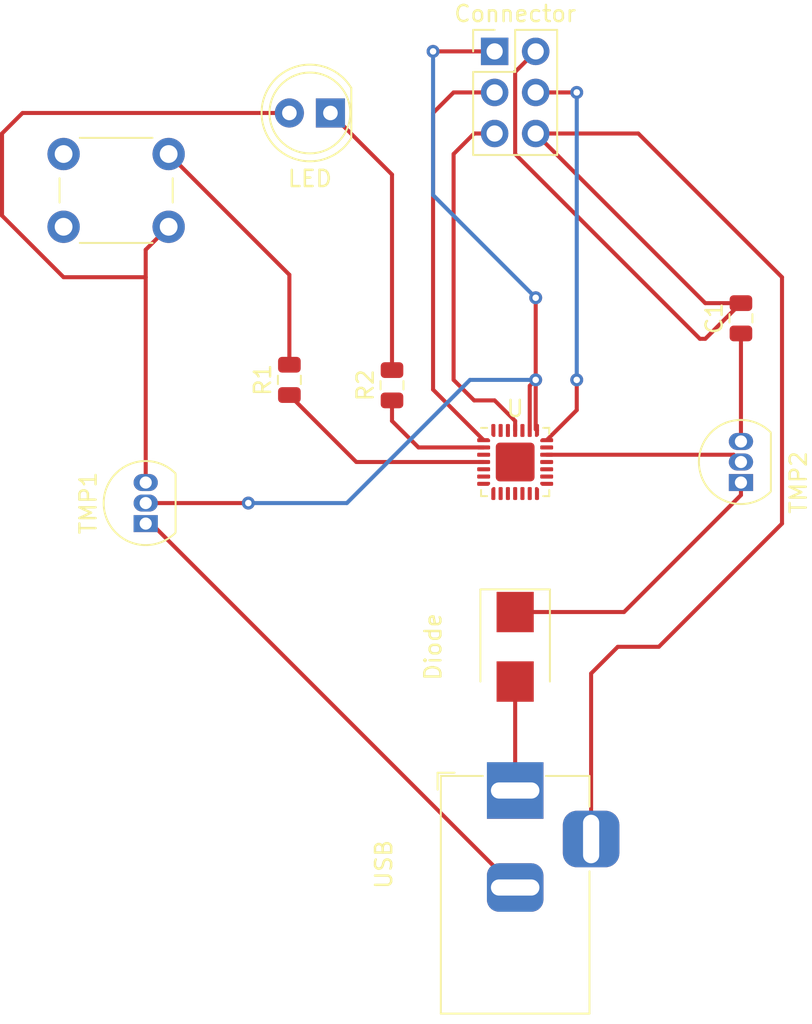
<source format=kicad_pcb>
(kicad_pcb (version 20211014) (generator pcbnew)
  (layers (0 "F.Cu" signal) (31 "B.Cu" signal) (34 "B.Paste" user) (35 "F.Paste" user) (36 "B.SilkS" user "B.Silkscreen") (37 "F.SilkS" user "F.Silkscreen") (38 "B.Mask" user) (39 "F.Mask" user) (44 "Edge.Cuts" user))
  (net 0 "")
  (footprint "Capacitor_SMD:C_0805_2012Metric" (layer "F.Cu") (at 142.24 55.88 90)
    (fp_text reference "C1" (at 0 -1.65 90) (layer "F.SilkS"))
    (fp_text value "C_0805_2012Metric" hide)
    (fp_line (start -0.258578 0.71) (end 0.258578 0.71) (layer "F.SilkS") (width 0.12))
    (fp_line (start -0.258578 -0.71) (end 0.258578 -0.71) (layer "F.SilkS") (width 0.12))
    (pad "1" smd roundrect locked (at -0.9375 0 90) (size 0.975 1.4) (layers "F.Cu" "F.Paste" "F.Mask"))
    (pad "2" smd roundrect locked (at 0.9375 0 90) (size 0.975 1.4) (layers "F.Cu" "F.Paste" "F.Mask"))
  )
  (footprint "Diode_SMD:D_SMB" (layer "F.Cu") (at 128.27 76.2 -90)
    (fp_text reference "Diode" (at 0 5.08 90) (layer "F.SilkS"))
    (fp_text value "D_SMB")
    (fp_line (start -3.55 -2.15) (end 2.15 -2.15) (layer "F.SilkS") (width 0.12))
    (fp_line (start -3.55 2.15) (end 2.15 2.15) (layer "F.SilkS") (width 0.12))
    (fp_line (start -3.55 -2.15) (end -3.55 2.15) (layer "F.SilkS") (width 0.12))
    (pad "1" smd rect locked (at -2.15 0 270) (size 2.5 2.3) (layers "F.Cu" "F.Paste" "F.Mask"))
    (pad "2" smd rect locked (at 2.15 0 270) (size 2.5 2.3) (layers "F.Cu" "F.Paste" "F.Mask"))
  )
  (footprint "LED_THT:LED_D5.0mm" (layer "F.Cu") (at 116.84 43.18 180)
    (fp_text reference "LED" (at 1.27 -4.064) (layer "F.SilkS"))
    (fp_text value "LED_D5.0mm" hide)
    (fp_line (start -1.29 -1.545) (end -1.29 1.545) (layer "F.SilkS") (width 0.12))
    (fp_arc (start -1.29 -1.54483) (mid 2.072002 -2.880433) (end 4.26 0.000462) (layer "F.SilkS") (width 0.12))
    (fp_arc (start 4.26 -0.000462) (mid 2.072002 2.880433) (end -1.29 1.54483) (layer "F.SilkS") (width 0.12))
    (fp_circle (center 1.27 0) (end 3.77 0) (layer "F.SilkS") (width 0.12) (fill none))
    (pad "1" thru_hole rect locked (at 0 0 180) (size 1.8 1.8) (drill 0.9) (layers *.Cu *.Mask))
    (pad "2" thru_hole circle locked (at 2.54 0 180) (size 1.8 1.8) (drill 0.9) (layers *.Cu *.Mask))
  )
  (footprint "Connector_BarrelJack:BarrelJack_Horizontal" (layer "F.Cu") (at 128.27 85.09 90)
    (fp_text reference "USB" (at -4.572 -8.128 90) (layer "F.SilkS"))
    (fp_text value "BarrelJack_Horizontal")
    (fp_line (start -13.8 -4.6) (end 0.9 -4.6) (layer "F.SilkS") (width 0.12))
    (fp_line (start 0.9 -4.6) (end 0.9 -2) (layer "F.SilkS") (width 0.12))
    (fp_line (start 0.9 4.6) (end -1 4.6) (layer "F.SilkS") (width 0.12))
    (fp_line (start -13.8 4.6) (end -13.8 -4.6) (layer "F.SilkS") (width 0.12))
    (fp_line (start 0.9 1.9) (end 0.9 4.6) (layer "F.SilkS") (width 0.12))
    (fp_line (start -5 4.6) (end -13.8 4.6) (layer "F.SilkS") (width 0.12))
    (fp_line (start 0.05 -4.8) (end 1.1 -4.8) (layer "F.SilkS") (width 0.12))
    (fp_line (start 1.1 -3.75) (end 1.1 -4.8) (layer "F.SilkS") (width 0.12))
    (pad "1" thru_hole rect locked (at 0 0 90) (size 3.5 3.5) (drill oval 1 3) (layers *.Cu *.Mask))
    (pad "2" thru_hole roundrect locked (at -6 0 90) (size 3 3.5) (drill oval 1 3) (layers *.Cu *.Mask))
    (pad "3" thru_hole roundrect locked (at -3 4.7 90) (size 3.5 3.5) (drill oval 3 1) (layers *.Cu *.Mask))
  )
  (footprint "Connector_PinHeader_2.54mm:PinHeader_2x03_P2.54mm_Vertical" (layer "F.Cu") (at 127 39.37)
    (fp_text reference "Connector" (at 1.27 -2.33) (layer "F.SilkS"))
    (fp_text value "PinHeader_2x03_P2.54mm_Vertical" hide)
    (fp_line (start -1.33 6.41) (end 3.87 6.41) (layer "F.SilkS") (width 0.12))
    (fp_line (start 1.27 1.27) (end 1.27 -1.33) (layer "F.SilkS") (width 0.12))
    (fp_line (start 1.27 -1.33) (end 3.87 -1.33) (layer "F.SilkS") (width 0.12))
    (fp_line (start -1.33 1.27) (end -1.33 6.41) (layer "F.SilkS") (width 0.12))
    (fp_line (start 3.87 -1.33) (end 3.87 6.41) (layer "F.SilkS") (width 0.12))
    (fp_line (start -1.33 1.27) (end 1.27 1.27) (layer "F.SilkS") (width 0.12))
    (fp_line (start -1.33 0) (end -1.33 -1.33) (layer "F.SilkS") (width 0.12))
    (fp_line (start -1.33 -1.33) (end 0 -1.33) (layer "F.SilkS") (width 0.12))
    (pad "1" thru_hole rect locked (at 0 0) (size 1.7 1.7) (drill 1) (layers *.Cu *.Mask))
    (pad "2" thru_hole oval locked (at 2.54 0) (size 1.7 1.7) (drill 1) (layers *.Cu *.Mask))
    (pad "3" thru_hole oval locked (at 0 2.54) (size 1.7 1.7) (drill 1) (layers *.Cu *.Mask))
    (pad "4" thru_hole oval locked (at 2.54 2.54) (size 1.7 1.7) (drill 1) (layers *.Cu *.Mask))
    (pad "5" thru_hole oval locked (at 0 5.08) (size 1.7 1.7) (drill 1) (layers *.Cu *.Mask))
    (pad "6" thru_hole oval locked (at 2.54 5.08) (size 1.7 1.7) (drill 1) (layers *.Cu *.Mask))
  )
  (footprint "Resistor_SMD:R_0805_2012Metric" (layer "F.Cu") (at 120.65 60.0225 90)
    (fp_text reference "R2" (at 0 -1.65 90) (layer "F.SilkS"))
    (fp_text value "R_0805_2012Metric" hide)
    (fp_line (start -0.258578 0.71) (end 0.258578 0.71) (layer "F.SilkS") (width 0.12))
    (fp_line (start -0.258578 -0.71) (end 0.258578 -0.71) (layer "F.SilkS") (width 0.12))
    (pad "1" smd roundrect locked (at -0.9375 0 90) (size 0.975 1.4) (layers "F.Cu" "F.Paste" "F.Mask"))
    (pad "2" smd roundrect locked (at 0.9375 0 90) (size 0.975 1.4) (layers "F.Cu" "F.Paste" "F.Mask"))
  )
  (footprint "Package_DFN_QFN:QFN-28-1EP_4x4mm_P0.45mm_EP2.4x2.4mm" (layer "F.Cu") (at 128.27 64.77)
    (fp_text reference "U" (at 0 -3.3) (layer "F.SilkS"))
    (fp_text value "QFN-28-1EP_4x4mm_P0.45mm_EP2.4x2.4mm" hide)
    (fp_line (start 1.735 -2.11) (end 2.11 -2.11) (layer "F.SilkS") (width 0.12))
    (fp_line (start -2.11 2.11) (end -2.11 1.735) (layer "F.SilkS") (width 0.12))
    (fp_line (start -1.735 -2.11) (end -2.11 -2.11) (layer "F.SilkS") (width 0.12))
    (fp_line (start 2.11 -2.11) (end 2.11 -1.735) (layer "F.SilkS") (width 0.12))
    (fp_line (start 2.11 2.11) (end 2.11 1.735) (layer "F.SilkS") (width 0.12))
    (fp_line (start -1.735 2.11) (end -2.11 2.11) (layer "F.SilkS") (width 0.12))
    (fp_line (start 1.735 2.11) (end 2.11 2.11) (layer "F.SilkS") (width 0.12))
    (pad "1" smd custom locked (at -1.95 -1.35) (size 0.179289 0.179289) (layers "F.Cu" "F.Paste" "F.Mask") (options (clearance outline) (anchor circle)) (primitives (gr_poly (pts (xy 0.3375 0.000888) (xy 0.3375 0.0625) (xy -0.3375 0.0625) (xy -0.3375 -0.0625) (xy 0.274112 -0.0625)) (width 0.125) (fill yes))))
    (pad "2" smd roundrect locked (at -1.95 -0.9) (size 0.8 0.25) (layers "F.Cu" "F.Paste" "F.Mask"))
    (pad "3" smd roundrect locked (at -1.95 -0.45) (size 0.8 0.25) (layers "F.Cu" "F.Paste" "F.Mask"))
    (pad "4" smd roundrect locked (at -1.95 0) (size 0.8 0.25) (layers "F.Cu" "F.Paste" "F.Mask"))
    (pad "5" smd roundrect locked (at -1.95 0.45) (size 0.8 0.25) (layers "F.Cu" "F.Paste" "F.Mask"))
    (pad "6" smd roundrect locked (at -1.95 0.9) (size 0.8 0.25) (layers "F.Cu" "F.Paste" "F.Mask"))
    (pad "7" smd custom locked (at -1.95 1.35) (size 0.179289 0.179289) (layers "F.Cu" "F.Paste" "F.Mask") (options (clearance outline) (anchor circle)) (primitives (gr_poly (pts (xy 0.3375 -0.000888) (xy 0.274112 0.0625) (xy -0.3375 0.0625) (xy -0.3375 -0.0625) (xy 0.3375 -0.0625)) (width 0.125) (fill yes))))
    (pad "8" smd custom locked (at -1.35 1.95) (size 0.179289 0.179289) (layers "F.Cu" "F.Paste" "F.Mask") (options (clearance outline) (anchor circle)) (primitives (gr_poly (pts (xy 0.0625 0.3375) (xy -0.0625 0.3375) (xy -0.0625 -0.274112) (xy 0.000888 -0.3375) (xy 0.0625 -0.3375)) (width 0.125) (fill yes))))
    (pad "9" smd roundrect locked (at -0.9 1.95) (size 0.25 0.8) (layers "F.Cu" "F.Paste" "F.Mask"))
    (pad "10" smd roundrect locked (at -0.45 1.95) (size 0.25 0.8) (layers "F.Cu" "F.Paste" "F.Mask"))
    (pad "11" smd roundrect locked (at 0 1.95) (size 0.25 0.8) (layers "F.Cu" "F.Paste" "F.Mask"))
    (pad "12" smd roundrect locked (at 0.45 1.95) (size 0.25 0.8) (layers "F.Cu" "F.Paste" "F.Mask"))
    (pad "13" smd roundrect locked (at 0.9 1.95) (size 0.25 0.8) (layers "F.Cu" "F.Paste" "F.Mask"))
    (pad "14" smd custom locked (at 1.35 1.95) (size 0.179289 0.179289) (layers "F.Cu" "F.Paste" "F.Mask") (options (clearance outline) (anchor circle)) (primitives (gr_poly (pts (xy 0.0625 -0.274112) (xy 0.0625 0.3375) (xy -0.0625 0.3375) (xy -0.0625 -0.3375) (xy -0.000888 -0.3375)) (width 0.125) (fill yes))))
    (pad "15" smd custom locked (at 1.95 1.35) (size 0.179289 0.179289) (layers "F.Cu" "F.Paste" "F.Mask") (options (clearance outline) (anchor circle)) (primitives (gr_poly (pts (xy 0.3375 0.0625) (xy -0.274112 0.0625) (xy -0.3375 -0.000888) (xy -0.3375 -0.0625) (xy 0.3375 -0.0625)) (width 0.125) (fill yes))))
    (pad "16" smd roundrect locked (at 1.95 0.9) (size 0.8 0.25) (layers "F.Cu" "F.Paste" "F.Mask"))
    (pad "17" smd roundrect locked (at 1.95 0.45) (size 0.8 0.25) (layers "F.Cu" "F.Paste" "F.Mask"))
    (pad "18" smd roundrect locked (at 1.95 0) (size 0.8 0.25) (layers "F.Cu" "F.Paste" "F.Mask"))
    (pad "19" smd roundrect locked (at 1.95 -0.45) (size 0.8 0.25) (layers "F.Cu" "F.Paste" "F.Mask"))
    (pad "20" smd roundrect locked (at 1.95 -0.9) (size 0.8 0.25) (layers "F.Cu" "F.Paste" "F.Mask"))
    (pad "21" smd custom locked (at 1.95 -1.35) (size 0.179289 0.179289) (layers "F.Cu" "F.Paste" "F.Mask") (options (clearance outline) (anchor circle)) (primitives (gr_poly (pts (xy 0.3375 0.0625) (xy -0.3375 0.0625) (xy -0.3375 0.000888) (xy -0.274112 -0.0625) (xy 0.3375 -0.0625)) (width 0.125) (fill yes))))
    (pad "22" smd custom locked (at 1.35 -1.95) (size 0.179289 0.179289) (layers "F.Cu" "F.Paste" "F.Mask") (options (clearance outline) (anchor circle)) (primitives (gr_poly (pts (xy 0.0625 0.274112) (xy -0.000888 0.3375) (xy -0.0625 0.3375) (xy -0.0625 -0.3375) (xy 0.0625 -0.3375)) (width 0.125) (fill yes))))
    (pad "23" smd roundrect locked (at 0.9 -1.95) (size 0.25 0.8) (layers "F.Cu" "F.Paste" "F.Mask"))
    (pad "24" smd roundrect locked (at 0.45 -1.95) (size 0.25 0.8) (layers "F.Cu" "F.Paste" "F.Mask"))
    (pad "25" smd roundrect locked (at 0 -1.95) (size 0.25 0.8) (layers "F.Cu" "F.Paste" "F.Mask"))
    (pad "26" smd roundrect locked (at -0.45 -1.95) (size 0.25 0.8) (layers "F.Cu" "F.Paste" "F.Mask"))
    (pad "27" smd roundrect locked (at -0.9 -1.95) (size 0.25 0.8) (layers "F.Cu" "F.Paste" "F.Mask"))
    (pad "28" smd custom locked (at -1.35 -1.95) (size 0.179289 0.179289) (layers "F.Cu" "F.Paste" "F.Mask") (options (clearance outline) (anchor circle)) (primitives (gr_poly (pts (xy 0.0625 0.3375) (xy 0.000888 0.3375) (xy -0.0625 0.274112) (xy -0.0625 -0.3375) (xy 0.0625 -0.3375)) (width 0.125) (fill yes))))
    (pad "29" smd roundrect locked (at 0 0) (size 2.4 2.4) (layers "F.Cu" "F.Mask") (roundrect_rratio 0.104167))
  )
  (footprint "Package_TO_SOT_THT:TO-92_Inline" (layer "F.Cu") (at 142.24 66.04 90)
    (fp_text reference "TMP2" (at 0 3.556 90) (layer "F.SilkS"))
    (fp_text value "TO-92_Inline" hide)
    (fp_line (start -0.53 1.85) (end 3.07 1.85) (layer "F.SilkS") (width 0.12))
    (fp_arc (start -0.568478 1.838478) (mid -1.132087 -0.994977) (end 1.27 -2.6) (layer "F.SilkS") (width 0.12))
    (fp_arc (start 1.27 -2.6) (mid 3.672087 -0.994977) (end 3.108478 1.838478) (layer "F.SilkS") (width 0.12))
    (pad "1" thru_hole rect locked (at 0 0 90) (size 1.05 1.5) (drill 0.75) (layers *.Cu *.Mask))
    (pad "2" thru_hole oval locked (at 1.27 0 90) (size 1.05 1.5) (drill 0.75) (layers *.Cu *.Mask))
    (pad "3" thru_hole oval locked (at 2.54 0 90) (size 1.05 1.5) (drill 0.75) (layers *.Cu *.Mask))
  )
  (footprint "Package_TO_SOT_THT:TO-92_Inline" (layer "F.Cu") (at 105.41 68.58 90)
    (fp_text reference "TMP1" (at 1.27 -3.556 90) (layer "F.SilkS"))
    (fp_text value "TO-92_Inline" hide)
    (fp_line (start -0.53 1.85) (end 3.07 1.85) (layer "F.SilkS") (width 0.12))
    (fp_arc (start -0.568478 1.838478) (mid -1.132087 -0.994977) (end 1.27 -2.6) (layer "F.SilkS") (width 0.12))
    (fp_arc (start 1.27 -2.6) (mid 3.672087 -0.994977) (end 3.108478 1.838478) (layer "F.SilkS") (width 0.12))
    (pad "1" thru_hole rect locked (at 0 0 90) (size 1.05 1.5) (drill 0.75) (layers *.Cu *.Mask))
    (pad "2" thru_hole oval locked (at 1.27 0 90) (size 1.05 1.5) (drill 0.75) (layers *.Cu *.Mask))
    (pad "3" thru_hole oval locked (at 2.54 0 90) (size 1.05 1.5) (drill 0.75) (layers *.Cu *.Mask))
  )
  (footprint "Resistor_SMD:R_0805_2012Metric" (layer "F.Cu") (at 114.3 59.69 90)
    (fp_text reference "R1" (at 0 -1.65 90) (layer "F.SilkS"))
    (fp_text value "R_0805_2012Metric" hide)
    (fp_line (start -0.258578 -0.71) (end 0.258578 -0.71) (layer "F.SilkS") (width 0.12))
    (fp_line (start -0.258578 0.71) (end 0.258578 0.71) (layer "F.SilkS") (width 0.12))
    (pad "1" smd roundrect locked (at -0.9375 0 90) (size 0.975 1.4) (layers "F.Cu" "F.Paste" "F.Mask"))
    (pad "2" smd roundrect locked (at 0.9375 0 90) (size 0.975 1.4) (layers "F.Cu" "F.Paste" "F.Mask"))
  )
  (footprint "Button_Switch_THT:SW_PUSH_6mm_H5mm" (layer "F.Cu") (at 100.33 45.72)
    (fp_text reference "PushButton" hide)
    (fp_text value "SW_PUSH_6mm_H5mm" hide)
    (fp_line (start 6.75 3) (end 6.75 1.5) (layer "F.SilkS") (width 0.12))
    (fp_line (start 5.5 -1) (end 1 -1) (layer "F.SilkS") (width 0.12))
    (fp_line (start -0.25 1.5) (end -0.25 3) (layer "F.SilkS") (width 0.12))
    (fp_line (start 1 5.5) (end 5.5 5.5) (layer "F.SilkS") (width 0.12))
    (pad "1" thru_hole circle locked (at 0 0 90) (size 2 2) (drill 1.1) (layers *.Cu *.Mask))
    (pad "1" thru_hole circle locked (at 6.5 0 90) (size 2 2) (drill 1.1) (layers *.Cu *.Mask))
    (pad "2" thru_hole circle locked (at 6.5 4.5 90) (size 2 2) (drill 1.1) (layers *.Cu *.Mask))
    (pad "2" thru_hole circle locked (at 0 4.5 90) (size 2 2) (drill 1.1) (layers *.Cu *.Mask))
  )
  (segment (start 129.17 60.06) (end 129.54 59.69) (width 0.25) (layer "F.Cu") (net 0))
  (segment (start 123.19 43.18) (end 123.19 60.29) (width 0.25) (layer "F.Cu") (net 0))
  (segment (start 128.27 62.82) (end 128.27 62.23) (width 0.25) (layer "F.Cu") (net 0))
  (segment (start 111.76 67.31) (end 105.41 67.31) (width 0.25) (layer "F.Cu") (net 0))
  (segment (start 96.52 49.53) (end 100.33 53.34) (width 0.25) (layer "F.Cu") (net 0))
  (segment (start 118.4425 64.77) (end 114.3 60.6275) (width 0.25) (layer "F.Cu") (net 0))
  (segment (start 132.97 77.85) (end 134.62 76.2) (width 0.25) (layer "F.Cu") (net 0))
  (segment (start 128.27 85.09) (end 128.27 78.35) (width 0.25) (layer "F.Cu") (net 0))
  (segment (start 114.3 53.19) (end 106.83 45.72) (width 0.25) (layer "F.Cu") (net 0))
  (segment (start 139.7 57.15) (end 140.0325 57.15) (width 0.25) (layer "F.Cu") (net 0))
  (segment (start 126.32 63.87) (end 122.29 63.87) (width 0.25) (layer "F.Cu") (net 0))
  (segment (start 128.27 74.05) (end 135.005 74.05) (width 0.25) (layer "F.Cu") (net 0))
  (segment (start 126.32 64.77) (end 118.4425 64.77) (width 0.25) (layer "F.Cu") (net 0))
  (segment (start 125.73 60.96) (end 124.46 59.69) (width 0.25) (layer "F.Cu") (net 0))
  (segment (start 140.0325 54.9425) (end 129.54 44.45) (width 0.25) (layer "F.Cu") (net 0))
  (segment (start 105.76 68.58) (end 126.809545 89.629545) (width 0.25) (layer "F.Cu") (net 0))
  (segment (start 132.08 59.69) (end 132.08 61.56) (width 0.25) (layer "F.Cu") (net 0))
  (segment (start 126.809545 89.629545) (end 128.27 91.09) (width 0.25) (layer "F.Cu") (net 0))
  (segment (start 123.19 60.29) (end 126.32 63.42) (width 0.25) (layer "F.Cu") (net 0))
  (segment (start 142.24 66.815) (end 142.24 66.04) (width 0.25) (layer "F.Cu") (net 0))
  (segment (start 135.005 74.05) (end 142.24 66.815) (width 0.25) (layer "F.Cu") (net 0))
  (segment (start 127 44.45) (end 125.73 44.45) (width 0.25) (layer "F.Cu") (net 0))
  (segment (start 114.3 58.7525) (end 114.3 53.19) (width 0.25) (layer "F.Cu") (net 0))
  (segment (start 105.41 66.04) (end 105.41 53.34) (width 0.25) (layer "F.Cu") (net 0))
  (segment (start 142.24 54.9425) (end 140.0325 54.9425) (width 0.25) (layer "F.Cu") (net 0))
  (segment (start 124.46 41.91) (end 123.19 43.18) (width 0.25) (layer "F.Cu") (net 0))
  (segment (start 127 39.37) (end 123.19 39.37) (width 0.25) (layer "F.Cu") (net 0))
  (segment (start 141.79 64.32) (end 142.24 64.77) (width 0.25) (layer "F.Cu") (net 0))
  (segment (start 132.08 61.56) (end 130.22 63.42) (width 0.25) (layer "F.Cu") (net 0))
  (segment (start 128.27 45.72) (end 139.7 57.15) (width 0.25) (layer "F.Cu") (net 0))
  (segment (start 120.65 46.99) (end 116.84 43.18) (width 0.25) (layer "F.Cu") (net 0))
  (segment (start 140.0325 57.15) (end 142.24 54.9425) (width 0.25) (layer "F.Cu") (net 0))
  (segment (start 114.3 43.18) (end 97.79 43.18) (width 0.25) (layer "F.Cu") (net 0))
  (segment (start 96.52 44.45) (end 96.52 49.53) (width 0.25) (layer "F.Cu") (net 0))
  (segment (start 100.33 53.34) (end 105.41 53.34) (width 0.25) (layer "F.Cu") (net 0))
  (segment (start 134.62 76.2) (end 137.16 76.2) (width 0.25) (layer "F.Cu") (net 0))
  (segment (start 144.78 68.58) (end 144.78 53.34) (width 0.25) (layer "F.Cu") (net 0))
  (segment (start 120.65 59.085) (end 120.65 46.99) (width 0.25) (layer "F.Cu") (net 0))
  (segment (start 128.27 62.23) (end 127 60.96) (width 0.25) (layer "F.Cu") (net 0))
  (segment (start 105.41 53.34) (end 105.41 51.64) (width 0.25) (layer "F.Cu") (net 0))
  (segment (start 127 41.91) (end 124.46 41.91) (width 0.25) (layer "F.Cu") (net 0))
  (segment (start 129.54 54.61) (end 129.54 62.74) (width 0.25) (layer "F.Cu") (net 0))
  (segment (start 120.65 62.23) (end 120.65 60.96) (width 0.25) (layer "F.Cu") (net 0))
  (segment (start 124.46 45.72) (end 124.46 59.69) (width 0.25) (layer "F.Cu") (net 0))
  (segment (start 129.54 39.37) (end 128.27 40.64) (width 0.25) (layer "F.Cu") (net 0))
  (segment (start 97.79 43.18) (end 96.52 44.45) (width 0.25) (layer "F.Cu") (net 0))
  (segment (start 128.27 40.64) (end 128.27 45.72) (width 0.25) (layer "F.Cu") (net 0))
  (segment (start 130.22 64.32) (end 141.79 64.32) (width 0.25) (layer "F.Cu") (net 0))
  (segment (start 129.54 62.74) (end 129.62 62.82) (width 0.25) (layer "F.Cu") (net 0))
  (segment (start 122.29 63.87) (end 120.65 62.23) (width 0.25) (layer "F.Cu") (net 0))
  (segment (start 125.73 44.45) (end 124.46 45.72) (width 0.25) (layer "F.Cu") (net 0))
  (segment (start 142.24 63.5) (end 142.24 56.8175) (width 0.25) (layer "F.Cu") (net 0))
  (segment (start 127 60.96) (end 125.73 60.96) (width 0.25) (layer "F.Cu") (net 0))
  (segment (start 129.54 41.91) (end 132.08 41.91) (width 0.25) (layer "F.Cu") (net 0))
  (segment (start 144.78 53.34) (end 135.89 44.45) (width 0.25) (layer "F.Cu") (net 0))
  (segment (start 135.89 44.45) (end 129.54 44.45) (width 0.25) (layer "F.Cu") (net 0))
  (segment (start 132.97 88.09) (end 132.97 77.85) (width 0.25) (layer "F.Cu") (net 0))
  (segment (start 129.17 62.82) (end 129.17 60.06) (width 0.25) (layer "F.Cu") (net 0))
  (segment (start 137.16 76.2) (end 144.78 68.58) (width 0.25) (layer "F.Cu") (net 0))
  (segment (start 105.41 51.64) (end 106.83 50.22) (width 0.25) (layer "F.Cu") (net 0))
  (segment (start 105.41 68.58) (end 105.76 68.58) (width 0.25) (layer "F.Cu") (net 0))
  (via (at 111.76 67.31) (size 0.8) (drill 0.4) (layers "F.Cu" "B.Cu") (net 0))
  (via (at 132.08 59.69) (size 0.8) (drill 0.4) (layers "F.Cu" "B.Cu") (net 0))
  (via (at 129.54 59.69) (size 0.8) (drill 0.4) (layers "F.Cu" "B.Cu") (net 0))
  (via (at 132.08 41.91) (size 0.8) (drill 0.4) (layers "F.Cu" "B.Cu") (net 0))
  (via (at 129.54 54.61) (size 0.8) (drill 0.4) (layers "F.Cu" "B.Cu") (net 0))
  (via (at 123.19 39.37) (size 0.8) (drill 0.4) (layers "F.Cu" "B.Cu") (net 0))
  (segment (start 125.476 59.69) (end 129.54 59.69) (width 0.25) (layer "B.Cu") (net 0))
  (segment (start 123.19 48.26) (end 129.54 54.61) (width 0.25) (layer "B.Cu") (net 0))
  (segment (start 123.19 39.37) (end 123.19 48.26) (width 0.25) (layer "B.Cu") (net 0))
  (segment (start 117.856 67.31) (end 111.76 67.31) (width 0.25) (layer "B.Cu") (net 0))
  (segment (start 132.08 41.91) (end 132.08 59.69) (width 0.25) (layer "B.Cu") (net 0))
  (segment (start 125.476 59.69) (end 117.856 67.31) (width 0.25) (layer "B.Cu") (net 0))
)
</source>
